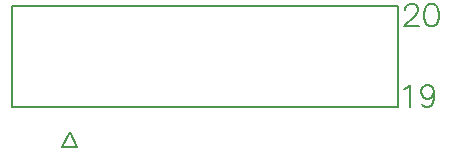
<source format=gbr>
%TF.GenerationSoftware,Altium Limited,Altium Designer,19.1.9 (167)*%
G04 Layer_Color=32896*
%FSLAX26Y26*%
%MOIN*%
%TF.FileFunction,Other,Mechanical_4*%
%TF.Part,Single*%
G01*
G75*
%TA.AperFunction,NonConductor*%
%ADD45C,0.006000*%
%ADD49C,0.007812*%
D45*
X2521000Y2493000D02*
X3809000D01*
Y2155000D02*
Y2493000D01*
X2521000Y2155000D02*
X3809000D01*
X2521000D02*
Y2493000D01*
X2690000Y2020000D02*
X2715000Y2070000D01*
X2690000Y2020000D02*
X2740000D01*
X2715000Y2070000D02*
X2740000Y2020000D01*
X2521000Y2493000D02*
X3809000D01*
Y2155000D02*
Y2493000D01*
X2521000Y2155000D02*
X3809000D01*
X2521000D02*
Y2493000D01*
X2690000Y2020000D02*
X2715000Y2070000D01*
X2690000Y2020000D02*
X2740000D01*
X2715000Y2070000D02*
X2740000Y2020000D01*
D49*
X3830323Y2214586D02*
X3837352Y2218100D01*
X3847895Y2228644D01*
Y2154841D01*
X3930133Y2204043D02*
X3926618Y2193499D01*
X3919589Y2186470D01*
X3909046Y2182956D01*
X3905532D01*
X3894988Y2186470D01*
X3887959Y2193499D01*
X3884445Y2204043D01*
Y2207557D01*
X3887959Y2218100D01*
X3894988Y2225129D01*
X3905532Y2228644D01*
X3909046D01*
X3919589Y2225129D01*
X3926618Y2218100D01*
X3930133Y2204043D01*
Y2186470D01*
X3926618Y2168898D01*
X3919589Y2158355D01*
X3909046Y2154841D01*
X3902017D01*
X3891474Y2158355D01*
X3887959Y2165384D01*
X3833554Y2479559D02*
Y2483074D01*
X3837068Y2490102D01*
X3840583Y2493617D01*
X3847612Y2497131D01*
X3861669D01*
X3868698Y2493617D01*
X3872213Y2490102D01*
X3875727Y2483074D01*
Y2476045D01*
X3872213Y2469016D01*
X3865184Y2458473D01*
X3830039Y2423328D01*
X3879242D01*
X3916846Y2497131D02*
X3906303Y2493617D01*
X3899274Y2483074D01*
X3895759Y2465501D01*
Y2454958D01*
X3899274Y2437386D01*
X3906303Y2426843D01*
X3916846Y2423328D01*
X3923875D01*
X3934418Y2426843D01*
X3941447Y2437386D01*
X3944961Y2454958D01*
Y2465501D01*
X3941447Y2483074D01*
X3934418Y2493617D01*
X3923875Y2497131D01*
X3916846D01*
X3830323Y2214586D02*
X3837352Y2218100D01*
X3847895Y2228644D01*
Y2154841D01*
X3930133Y2204043D02*
X3926618Y2193499D01*
X3919589Y2186470D01*
X3909046Y2182956D01*
X3905532D01*
X3894988Y2186470D01*
X3887959Y2193499D01*
X3884445Y2204043D01*
Y2207557D01*
X3887959Y2218100D01*
X3894988Y2225129D01*
X3905532Y2228644D01*
X3909046D01*
X3919589Y2225129D01*
X3926618Y2218100D01*
X3930133Y2204043D01*
Y2186470D01*
X3926618Y2168898D01*
X3919589Y2158355D01*
X3909046Y2154841D01*
X3902017D01*
X3891474Y2158355D01*
X3887959Y2165384D01*
X3833554Y2479559D02*
Y2483074D01*
X3837068Y2490102D01*
X3840583Y2493617D01*
X3847612Y2497131D01*
X3861669D01*
X3868698Y2493617D01*
X3872213Y2490102D01*
X3875727Y2483074D01*
Y2476045D01*
X3872213Y2469016D01*
X3865184Y2458473D01*
X3830039Y2423328D01*
X3879242D01*
X3916846Y2497131D02*
X3906303Y2493617D01*
X3899274Y2483074D01*
X3895759Y2465501D01*
Y2454958D01*
X3899274Y2437386D01*
X3906303Y2426843D01*
X3916846Y2423328D01*
X3923875D01*
X3934418Y2426843D01*
X3941447Y2437386D01*
X3944961Y2454958D01*
Y2465501D01*
X3941447Y2483074D01*
X3934418Y2493617D01*
X3923875Y2497131D01*
X3916846D01*
%TF.MD5,ac8f50bc127de33dccf9e464549d7222*%
M02*

</source>
